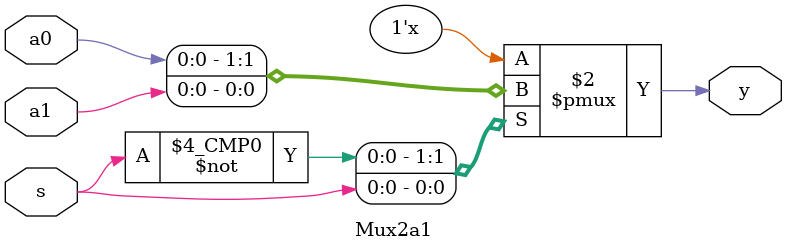
<source format=v>
`timescale 1ns / 1ps


module Mux2a1(a0, a1, s, y);
    input a0, a1, s;
    output y;
    reg y; // va a poder modificarse

    always @(s or a0 or a1) begin
        // Como un ifelse, 
            // cuando s es 0 y es a0
            // cuando s es 1 y es a1
        case (s)
            1'b0: y = a0;
            1'b1: y = a1;
        endcase
    end
endmodule

/*
module Mux2a1(a0,a1,s,y);
    input a0, a1, s;
    output y;
    reg y;

    always @(s or a0 or a1) begin
        case (s)
            1'b1: y = a1;
            default: y = a0;
        endcase
    end
endmodule
*/

// Mux2a1 behavioral
// module Mux2a1(a0, a1, s, y);
//     input a0, a1, s;
//     output y;

//     assign y = a0 & ~s | a1 & s;
// endmodule
</source>
